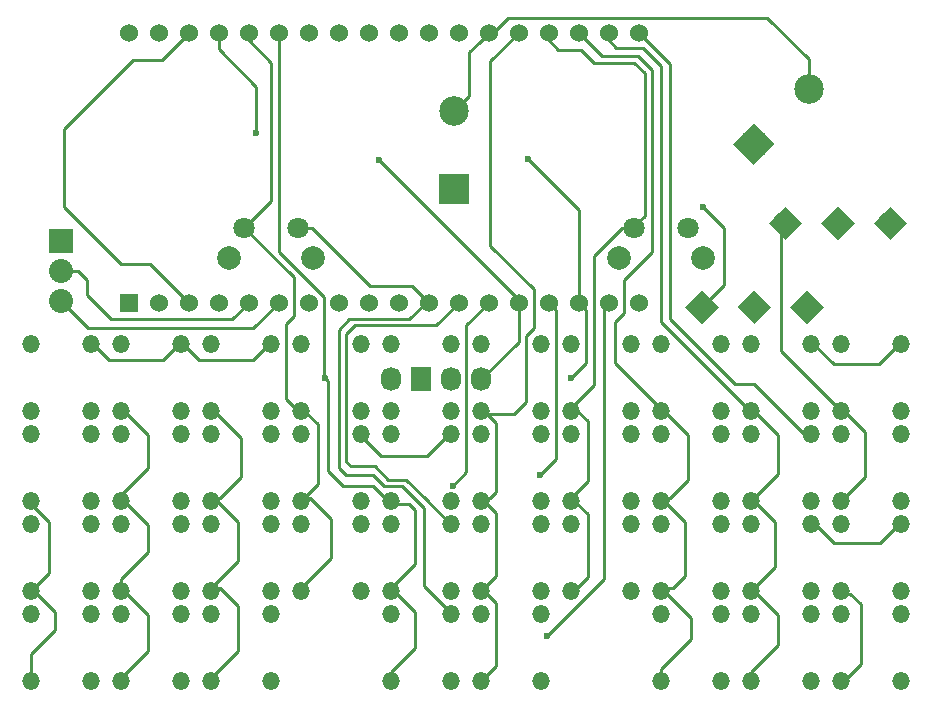
<source format=gbr>
G04 #@! TF.GenerationSoftware,KiCad,Pcbnew,5.0.2+dfsg1-1~bpo9+1*
G04 #@! TF.CreationDate,2021-02-20T06:44:58-05:00*
G04 #@! TF.ProjectId,vexas,76657861-732e-46b6-9963-61645f706362,rev?*
G04 #@! TF.SameCoordinates,Original*
G04 #@! TF.FileFunction,Copper,L1,Top*
G04 #@! TF.FilePolarity,Positive*
%FSLAX46Y46*%
G04 Gerber Fmt 4.6, Leading zero omitted, Abs format (unit mm)*
G04 Created by KiCad (PCBNEW 5.0.2+dfsg1-1~bpo9+1) date Sat 20 Feb 2021 06:44:58 AM EST*
%MOMM*%
%LPD*%
G01*
G04 APERTURE LIST*
G04 #@! TA.AperFunction,ComponentPad*
%ADD10C,2.499360*%
G04 #@! TD*
G04 #@! TA.AperFunction,Conductor*
%ADD11C,1.000000*%
G04 #@! TD*
G04 #@! TA.AperFunction,ComponentPad*
%ADD12R,2.499360X2.499360*%
G04 #@! TD*
G04 #@! TA.AperFunction,ComponentPad*
%ADD13R,2.032000X2.032000*%
G04 #@! TD*
G04 #@! TA.AperFunction,ComponentPad*
%ADD14O,2.032000X2.032000*%
G04 #@! TD*
G04 #@! TA.AperFunction,ComponentPad*
%ADD15C,2.032000*%
G04 #@! TD*
G04 #@! TA.AperFunction,ComponentPad*
%ADD16C,1.800000*%
G04 #@! TD*
G04 #@! TA.AperFunction,ComponentPad*
%ADD17C,2.000000*%
G04 #@! TD*
G04 #@! TA.AperFunction,ComponentPad*
%ADD18O,1.500000X1.500000*%
G04 #@! TD*
G04 #@! TA.AperFunction,ComponentPad*
%ADD19R,1.524000X1.524000*%
G04 #@! TD*
G04 #@! TA.AperFunction,ComponentPad*
%ADD20C,1.524000*%
G04 #@! TD*
G04 #@! TA.AperFunction,ComponentPad*
%ADD21C,1.998980*%
G04 #@! TD*
G04 #@! TA.AperFunction,ComponentPad*
%ADD22R,1.727200X2.032000*%
G04 #@! TD*
G04 #@! TA.AperFunction,ComponentPad*
%ADD23O,1.727200X2.032000*%
G04 #@! TD*
G04 #@! TA.AperFunction,ViaPad*
%ADD24C,0.600000*%
G04 #@! TD*
G04 #@! TA.AperFunction,Conductor*
%ADD25C,0.250000*%
G04 #@! TD*
G04 APERTURE END LIST*
D10*
G04 #@! TO.P,BZ1,2*
G04 #@! TO.N,/GND*
X236425133Y-64056867D03*
D11*
G04 #@! TD*
G04 #@! TO.N,/GND*
G04 #@! TO.C,BZ1*
G36*
X236425133Y-62289553D02*
X238192447Y-64056867D01*
X236425133Y-65824181D01*
X234657819Y-64056867D01*
X236425133Y-62289553D01*
X236425133Y-62289553D01*
G37*
D10*
G04 #@! TO.P,BZ1,1*
G04 #@! TO.N,Net-(BZ1-Pad1)*
X241094867Y-59387133D03*
G04 #@! TD*
D12*
G04 #@! TO.P,BZ2,2*
G04 #@! TO.N,/GND*
X211074000Y-67818001D03*
D10*
G04 #@! TO.P,BZ2,1*
G04 #@! TO.N,Net-(BZ1-Pad1)*
X211074000Y-61213999D03*
G04 #@! TD*
D13*
G04 #@! TO.P,P1,3*
G04 #@! TO.N,/GND*
X177800000Y-72263000D03*
D14*
G04 #@! TO.P,P1,2*
G04 #@! TO.N,/RX*
X177800000Y-74803000D03*
D15*
G04 #@! TO.P,P1,1*
G04 #@! TO.N,/TX*
X177800000Y-77343000D03*
G04 #@! TD*
D16*
G04 #@! TO.P,K37,2*
G04 #@! TO.N,/col6*
X226314000Y-71120000D03*
G04 #@! TO.P,K37,1*
G04 #@! TO.N,/row3*
X230886000Y-71120000D03*
D17*
G04 #@! TO.P,K37,3*
G04 #@! TO.N,/GND*
X225044000Y-73660000D03*
G04 #@! TO.P,K37,4*
X232156000Y-73660000D03*
G04 #@! TD*
D16*
G04 #@! TO.P,K34,2*
G04 #@! TO.N,/col3*
X193294000Y-71120000D03*
G04 #@! TO.P,K34,1*
G04 #@! TO.N,/row3*
X197866000Y-71120000D03*
D17*
G04 #@! TO.P,K34,3*
G04 #@! TO.N,/GND*
X192024000Y-73660000D03*
G04 #@! TO.P,K34,4*
X199136000Y-73660000D03*
G04 #@! TD*
D18*
G04 #@! TO.P,K11,*
G04 #@! TO.N,*
X180340000Y-94288000D03*
X175260000Y-88592000D03*
G04 #@! TO.P,K11,2*
G04 #@! TO.N,/col0*
X175260000Y-94288000D03*
G04 #@! TO.P,K11,1*
G04 #@! TO.N,/row1*
X180340000Y-88592000D03*
G04 #@! TD*
D19*
G04 #@! TO.P,U1,1*
G04 #@! TO.N,/GND*
X183515000Y-77470000D03*
D20*
G04 #@! TO.P,U1,4*
G04 #@! TO.N,Net-(U1-Pad4)*
X191135000Y-77470000D03*
G04 #@! TO.P,U1,5*
G04 #@! TO.N,/RX*
X193675000Y-77470000D03*
G04 #@! TO.P,U1,6*
G04 #@! TO.N,/TX*
X196215000Y-77470000D03*
G04 #@! TO.P,U1,7*
G04 #@! TO.N,Net-(U1-Pad7)*
X198755000Y-77470000D03*
G04 #@! TO.P,U1,8*
G04 #@! TO.N,Net-(U1-Pad8)*
X201295000Y-77470000D03*
G04 #@! TO.P,U1,9*
G04 #@! TO.N,/row0*
X203835000Y-77470000D03*
G04 #@! TO.P,U1,10*
G04 #@! TO.N,Net-(U1-Pad10)*
X206375000Y-77470000D03*
G04 #@! TO.P,U1,11*
G04 #@! TO.N,/row3*
X208915000Y-77470000D03*
G04 #@! TO.P,U1,12*
G04 #@! TO.N,/row2*
X211455000Y-77470000D03*
G04 #@! TO.P,U1,13*
G04 #@! TO.N,/col2*
X213995000Y-77470000D03*
G04 #@! TO.P,U1,14*
G04 #@! TO.N,/SCL*
X216535000Y-77470000D03*
G04 #@! TO.P,U1,15*
G04 #@! TO.N,/col1*
X219075000Y-77470000D03*
G04 #@! TO.P,U1,16*
G04 #@! TO.N,/SDA*
X221615000Y-77470000D03*
G04 #@! TO.P,U1,17*
G04 #@! TO.N,/col0*
X224155000Y-77470000D03*
G04 #@! TO.P,U1,18*
G04 #@! TO.N,Net-(U1-Pad18)*
X226695000Y-77470000D03*
G04 #@! TO.P,U1,19*
G04 #@! TO.N,/row1*
X226695000Y-54610000D03*
G04 #@! TO.P,U1,20*
G04 #@! TO.N,/col8*
X224155000Y-54610000D03*
G04 #@! TO.P,U1,21*
G04 #@! TO.N,/col7*
X221615000Y-54610000D03*
G04 #@! TO.P,U1,22*
G04 #@! TO.N,/col6*
X219075000Y-54610000D03*
G04 #@! TO.P,U1,23*
G04 #@! TO.N,/col5*
X216535000Y-54610000D03*
G04 #@! TO.P,U1,24*
G04 #@! TO.N,Net-(BZ1-Pad1)*
X213995000Y-54610000D03*
G04 #@! TO.P,U1,25*
G04 #@! TO.N,Net-(U1-Pad25)*
X211455000Y-54610000D03*
G04 #@! TO.P,U1,26*
G04 #@! TO.N,Net-(U1-Pad26)*
X208915000Y-54610000D03*
G04 #@! TO.P,U1,27*
G04 #@! TO.N,Net-(U1-Pad27)*
X206375000Y-54610000D03*
G04 #@! TO.P,U1,28*
G04 #@! TO.N,Net-(U1-Pad28)*
X203835000Y-54610000D03*
G04 #@! TO.P,U1,29*
G04 #@! TO.N,Net-(U1-Pad29)*
X201295000Y-54610000D03*
G04 #@! TO.P,U1,30*
G04 #@! TO.N,Net-(U1-Pad30)*
X198755000Y-54610000D03*
G04 #@! TO.P,U1,31*
G04 #@! TO.N,/col4*
X196215000Y-54610000D03*
G04 #@! TO.P,U1,32*
G04 #@! TO.N,/col3*
X193675000Y-54610000D03*
G04 #@! TO.P,U1,33*
G04 #@! TO.N,/col9*
X191135000Y-54610000D03*
G04 #@! TO.P,U1,34*
G04 #@! TO.N,/3.3v*
X188595000Y-54610000D03*
G04 #@! TO.P,U1,35*
G04 #@! TO.N,Net-(U1-Pad35)*
X186055000Y-54610000D03*
G04 #@! TO.P,U1,36*
G04 #@! TO.N,/GND*
X183515000Y-54610000D03*
G04 #@! TO.P,U1,2*
G04 #@! TO.N,Net-(U1-Pad2)*
X186055000Y-77470000D03*
G04 #@! TO.P,U1,3*
G04 #@! TO.N,/3.3v*
X188595000Y-77470000D03*
G04 #@! TD*
D18*
G04 #@! TO.P,K1,*
G04 #@! TO.N,*
X180340000Y-86668000D03*
X175260000Y-80972000D03*
G04 #@! TO.P,K1,2*
G04 #@! TO.N,/col0*
X175260000Y-86668000D03*
G04 #@! TO.P,K1,1*
G04 #@! TO.N,/row0*
X180340000Y-80972000D03*
G04 #@! TD*
G04 #@! TO.P,K2,*
G04 #@! TO.N,*
X187960000Y-86668000D03*
X182880000Y-80972000D03*
G04 #@! TO.P,K2,2*
G04 #@! TO.N,/col1*
X182880000Y-86668000D03*
G04 #@! TO.P,K2,1*
G04 #@! TO.N,/row0*
X187960000Y-80972000D03*
G04 #@! TD*
G04 #@! TO.P,K3,*
G04 #@! TO.N,*
X195580000Y-86668000D03*
X190500000Y-80972000D03*
G04 #@! TO.P,K3,2*
G04 #@! TO.N,/col2*
X190500000Y-86668000D03*
G04 #@! TO.P,K3,1*
G04 #@! TO.N,/row0*
X195580000Y-80972000D03*
G04 #@! TD*
G04 #@! TO.P,K4,*
G04 #@! TO.N,*
X203200000Y-86668000D03*
X198120000Y-80972000D03*
G04 #@! TO.P,K4,2*
G04 #@! TO.N,/col3*
X198120000Y-86668000D03*
G04 #@! TO.P,K4,1*
G04 #@! TO.N,/row0*
X203200000Y-80972000D03*
G04 #@! TD*
G04 #@! TO.P,K5,*
G04 #@! TO.N,*
X210820000Y-86668000D03*
X205740000Y-80972000D03*
G04 #@! TO.P,K5,2*
G04 #@! TO.N,/col4*
X205740000Y-86668000D03*
G04 #@! TO.P,K5,1*
G04 #@! TO.N,/row0*
X210820000Y-80972000D03*
G04 #@! TD*
G04 #@! TO.P,K6,*
G04 #@! TO.N,*
X218440000Y-86668000D03*
X213360000Y-80972000D03*
G04 #@! TO.P,K6,2*
G04 #@! TO.N,/col5*
X213360000Y-86668000D03*
G04 #@! TO.P,K6,1*
G04 #@! TO.N,/row0*
X218440000Y-80972000D03*
G04 #@! TD*
G04 #@! TO.P,K7,*
G04 #@! TO.N,*
X226060000Y-86668000D03*
X220980000Y-80972000D03*
G04 #@! TO.P,K7,2*
G04 #@! TO.N,/col6*
X220980000Y-86668000D03*
G04 #@! TO.P,K7,1*
G04 #@! TO.N,/row0*
X226060000Y-80972000D03*
G04 #@! TD*
G04 #@! TO.P,K8,*
G04 #@! TO.N,*
X233680000Y-86668000D03*
X228600000Y-80972000D03*
G04 #@! TO.P,K8,2*
G04 #@! TO.N,/col7*
X228600000Y-86668000D03*
G04 #@! TO.P,K8,1*
G04 #@! TO.N,/row0*
X233680000Y-80972000D03*
G04 #@! TD*
G04 #@! TO.P,K9,*
G04 #@! TO.N,*
X241300000Y-86668000D03*
X236220000Y-80972000D03*
G04 #@! TO.P,K9,2*
G04 #@! TO.N,/col8*
X236220000Y-86668000D03*
G04 #@! TO.P,K9,1*
G04 #@! TO.N,/row0*
X241300000Y-80972000D03*
G04 #@! TD*
G04 #@! TO.P,K10,*
G04 #@! TO.N,*
X248920000Y-86668000D03*
X243840000Y-80972000D03*
G04 #@! TO.P,K10,2*
G04 #@! TO.N,/col9*
X243840000Y-86668000D03*
G04 #@! TO.P,K10,1*
G04 #@! TO.N,/row0*
X248920000Y-80972000D03*
G04 #@! TD*
G04 #@! TO.P,K12,*
G04 #@! TO.N,*
X187960000Y-94288000D03*
X182880000Y-88592000D03*
G04 #@! TO.P,K12,2*
G04 #@! TO.N,/col1*
X182880000Y-94288000D03*
G04 #@! TO.P,K12,1*
G04 #@! TO.N,/row1*
X187960000Y-88592000D03*
G04 #@! TD*
G04 #@! TO.P,K13,*
G04 #@! TO.N,*
X195580000Y-94288000D03*
X190500000Y-88592000D03*
G04 #@! TO.P,K13,2*
G04 #@! TO.N,/col2*
X190500000Y-94288000D03*
G04 #@! TO.P,K13,1*
G04 #@! TO.N,/row1*
X195580000Y-88592000D03*
G04 #@! TD*
G04 #@! TO.P,K14,*
G04 #@! TO.N,*
X203200000Y-94288000D03*
X198120000Y-88592000D03*
G04 #@! TO.P,K14,2*
G04 #@! TO.N,/col3*
X198120000Y-94288000D03*
G04 #@! TO.P,K14,1*
G04 #@! TO.N,/row1*
X203200000Y-88592000D03*
G04 #@! TD*
G04 #@! TO.P,K15,*
G04 #@! TO.N,*
X210820000Y-94288000D03*
X205740000Y-88592000D03*
G04 #@! TO.P,K15,2*
G04 #@! TO.N,/col4*
X205740000Y-94288000D03*
G04 #@! TO.P,K15,1*
G04 #@! TO.N,/row1*
X210820000Y-88592000D03*
G04 #@! TD*
G04 #@! TO.P,K16,*
G04 #@! TO.N,*
X218440000Y-94288000D03*
X213360000Y-88592000D03*
G04 #@! TO.P,K16,2*
G04 #@! TO.N,/col5*
X213360000Y-94288000D03*
G04 #@! TO.P,K16,1*
G04 #@! TO.N,/row1*
X218440000Y-88592000D03*
G04 #@! TD*
G04 #@! TO.P,K17,*
G04 #@! TO.N,*
X226060000Y-94288000D03*
X220980000Y-88592000D03*
G04 #@! TO.P,K17,2*
G04 #@! TO.N,/col6*
X220980000Y-94288000D03*
G04 #@! TO.P,K17,1*
G04 #@! TO.N,/row1*
X226060000Y-88592000D03*
G04 #@! TD*
G04 #@! TO.P,K18,1*
G04 #@! TO.N,/row1*
X233680000Y-88592000D03*
G04 #@! TO.P,K18,2*
G04 #@! TO.N,/col7*
X228600000Y-94288000D03*
G04 #@! TO.P,K18,*
G04 #@! TO.N,*
X228600000Y-88592000D03*
X233680000Y-94288000D03*
G04 #@! TD*
G04 #@! TO.P,K19,1*
G04 #@! TO.N,/row1*
X241300000Y-88592000D03*
G04 #@! TO.P,K19,2*
G04 #@! TO.N,/col8*
X236220000Y-94288000D03*
G04 #@! TO.P,K19,*
G04 #@! TO.N,*
X236220000Y-88592000D03*
X241300000Y-94288000D03*
G04 #@! TD*
G04 #@! TO.P,K20,1*
G04 #@! TO.N,/row1*
X248920000Y-88592000D03*
G04 #@! TO.P,K20,2*
G04 #@! TO.N,/col9*
X243840000Y-94288000D03*
G04 #@! TO.P,K20,*
G04 #@! TO.N,*
X243840000Y-88592000D03*
X248920000Y-94288000D03*
G04 #@! TD*
G04 #@! TO.P,K21,*
G04 #@! TO.N,*
X180340000Y-101908000D03*
X175260000Y-96212000D03*
G04 #@! TO.P,K21,2*
G04 #@! TO.N,/col0*
X175260000Y-101908000D03*
G04 #@! TO.P,K21,1*
G04 #@! TO.N,/row2*
X180340000Y-96212000D03*
G04 #@! TD*
G04 #@! TO.P,K22,*
G04 #@! TO.N,*
X187960000Y-101908000D03*
X182880000Y-96212000D03*
G04 #@! TO.P,K22,2*
G04 #@! TO.N,/col1*
X182880000Y-101908000D03*
G04 #@! TO.P,K22,1*
G04 #@! TO.N,/row2*
X187960000Y-96212000D03*
G04 #@! TD*
G04 #@! TO.P,K23,*
G04 #@! TO.N,*
X195580000Y-101908000D03*
X190500000Y-96212000D03*
G04 #@! TO.P,K23,2*
G04 #@! TO.N,/col2*
X190500000Y-101908000D03*
G04 #@! TO.P,K23,1*
G04 #@! TO.N,/row2*
X195580000Y-96212000D03*
G04 #@! TD*
G04 #@! TO.P,K24,*
G04 #@! TO.N,*
X203200000Y-101908000D03*
X198120000Y-96212000D03*
G04 #@! TO.P,K24,2*
G04 #@! TO.N,/col3*
X198120000Y-101908000D03*
G04 #@! TO.P,K24,1*
G04 #@! TO.N,/row2*
X203200000Y-96212000D03*
G04 #@! TD*
G04 #@! TO.P,K25,*
G04 #@! TO.N,*
X210820000Y-101908000D03*
X205740000Y-96212000D03*
G04 #@! TO.P,K25,2*
G04 #@! TO.N,/col4*
X205740000Y-101908000D03*
G04 #@! TO.P,K25,1*
G04 #@! TO.N,/row2*
X210820000Y-96212000D03*
G04 #@! TD*
G04 #@! TO.P,K26,*
G04 #@! TO.N,*
X218440000Y-101908000D03*
X213360000Y-96212000D03*
G04 #@! TO.P,K26,2*
G04 #@! TO.N,/col5*
X213360000Y-101908000D03*
G04 #@! TO.P,K26,1*
G04 #@! TO.N,/row2*
X218440000Y-96212000D03*
G04 #@! TD*
G04 #@! TO.P,K27,*
G04 #@! TO.N,*
X226060000Y-101908000D03*
X220980000Y-96212000D03*
G04 #@! TO.P,K27,2*
G04 #@! TO.N,/col6*
X220980000Y-101908000D03*
G04 #@! TO.P,K27,1*
G04 #@! TO.N,/row2*
X226060000Y-96212000D03*
G04 #@! TD*
G04 #@! TO.P,K28,1*
G04 #@! TO.N,/row2*
X233680000Y-96212000D03*
G04 #@! TO.P,K28,2*
G04 #@! TO.N,/col7*
X228600000Y-101908000D03*
G04 #@! TO.P,K28,*
G04 #@! TO.N,*
X228600000Y-96212000D03*
X233680000Y-101908000D03*
G04 #@! TD*
G04 #@! TO.P,K29,1*
G04 #@! TO.N,/row2*
X241300000Y-96212000D03*
G04 #@! TO.P,K29,2*
G04 #@! TO.N,/col8*
X236220000Y-101908000D03*
G04 #@! TO.P,K29,*
G04 #@! TO.N,*
X236220000Y-96212000D03*
X241300000Y-101908000D03*
G04 #@! TD*
G04 #@! TO.P,K30,1*
G04 #@! TO.N,/row2*
X248920000Y-96212000D03*
G04 #@! TO.P,K30,2*
G04 #@! TO.N,/col9*
X243840000Y-101908000D03*
G04 #@! TO.P,K30,*
G04 #@! TO.N,*
X243840000Y-96212000D03*
X248920000Y-101908000D03*
G04 #@! TD*
G04 #@! TO.P,K31,*
G04 #@! TO.N,*
X180340000Y-109528000D03*
X175260000Y-103832000D03*
G04 #@! TO.P,K31,2*
G04 #@! TO.N,/col0*
X175260000Y-109528000D03*
G04 #@! TO.P,K31,1*
G04 #@! TO.N,/row3*
X180340000Y-103832000D03*
G04 #@! TD*
G04 #@! TO.P,K32,*
G04 #@! TO.N,*
X187960000Y-109528000D03*
X182880000Y-103832000D03*
G04 #@! TO.P,K32,2*
G04 #@! TO.N,/col1*
X182880000Y-109528000D03*
G04 #@! TO.P,K32,1*
G04 #@! TO.N,/row3*
X187960000Y-103832000D03*
G04 #@! TD*
G04 #@! TO.P,K33,*
G04 #@! TO.N,*
X195580000Y-109528000D03*
X190500000Y-103832000D03*
G04 #@! TO.P,K33,2*
G04 #@! TO.N,/col2*
X190500000Y-109528000D03*
G04 #@! TO.P,K33,1*
G04 #@! TO.N,/row3*
X195580000Y-103832000D03*
G04 #@! TD*
G04 #@! TO.P,K35,*
G04 #@! TO.N,*
X210820000Y-109528000D03*
X205740000Y-103832000D03*
G04 #@! TO.P,K35,2*
G04 #@! TO.N,/col4*
X205740000Y-109528000D03*
G04 #@! TO.P,K35,1*
G04 #@! TO.N,/row3*
X210820000Y-103832000D03*
G04 #@! TD*
G04 #@! TO.P,K36,*
G04 #@! TO.N,*
X218440000Y-109528000D03*
X213360000Y-103832000D03*
G04 #@! TO.P,K36,2*
G04 #@! TO.N,/col5*
X213360000Y-109528000D03*
G04 #@! TO.P,K36,1*
G04 #@! TO.N,/row3*
X218440000Y-103832000D03*
G04 #@! TD*
G04 #@! TO.P,K38,1*
G04 #@! TO.N,/row3*
X233680000Y-103832000D03*
G04 #@! TO.P,K38,2*
G04 #@! TO.N,/col7*
X228600000Y-109528000D03*
G04 #@! TO.P,K38,*
G04 #@! TO.N,*
X228600000Y-103832000D03*
X233680000Y-109528000D03*
G04 #@! TD*
G04 #@! TO.P,K39,1*
G04 #@! TO.N,/row3*
X241300000Y-103832000D03*
G04 #@! TO.P,K39,2*
G04 #@! TO.N,/col8*
X236220000Y-109528000D03*
G04 #@! TO.P,K39,*
G04 #@! TO.N,*
X236220000Y-103832000D03*
X241300000Y-109528000D03*
G04 #@! TD*
G04 #@! TO.P,K40,1*
G04 #@! TO.N,/row3*
X248920000Y-103832000D03*
G04 #@! TO.P,K40,2*
G04 #@! TO.N,/col9*
X243840000Y-109528000D03*
G04 #@! TO.P,K40,*
G04 #@! TO.N,*
X243840000Y-103832000D03*
X248920000Y-109528000D03*
G04 #@! TD*
D21*
G04 #@! TO.P,R36,1*
G04 #@! TO.N,/3.3v*
X232048575Y-77831425D03*
D11*
G04 #@! TD*
G04 #@! TO.N,/3.3v*
G04 #@! TO.C,R36*
G36*
X232048575Y-79244917D02*
X230635083Y-77831425D01*
X232048575Y-76417933D01*
X233462067Y-77831425D01*
X232048575Y-79244917D01*
X232048575Y-79244917D01*
G37*
D21*
G04 #@! TO.P,R36,2*
G04 #@! TO.N,/col9*
X239121425Y-70758575D03*
D11*
G04 #@! TD*
G04 #@! TO.N,/col9*
G04 #@! TO.C,R36*
G36*
X239121425Y-72172067D02*
X237707933Y-70758575D01*
X239121425Y-69345083D01*
X240534917Y-70758575D01*
X239121425Y-72172067D01*
X239121425Y-72172067D01*
G37*
D21*
G04 #@! TO.P,R37,1*
G04 #@! TO.N,/3.3v*
X236493575Y-77831425D03*
D11*
G04 #@! TD*
G04 #@! TO.N,/3.3v*
G04 #@! TO.C,R37*
G36*
X236493575Y-79244917D02*
X235080083Y-77831425D01*
X236493575Y-76417933D01*
X237907067Y-77831425D01*
X236493575Y-79244917D01*
X236493575Y-79244917D01*
G37*
D21*
G04 #@! TO.P,R37,2*
G04 #@! TO.N,/col3*
X243566425Y-70758575D03*
D11*
G04 #@! TD*
G04 #@! TO.N,/col3*
G04 #@! TO.C,R37*
G36*
X243566425Y-72172067D02*
X242152933Y-70758575D01*
X243566425Y-69345083D01*
X244979917Y-70758575D01*
X243566425Y-72172067D01*
X243566425Y-72172067D01*
G37*
D21*
G04 #@! TO.P,R38,1*
G04 #@! TO.N,/3.3v*
X240938575Y-77831425D03*
D11*
G04 #@! TD*
G04 #@! TO.N,/3.3v*
G04 #@! TO.C,R38*
G36*
X240938575Y-79244917D02*
X239525083Y-77831425D01*
X240938575Y-76417933D01*
X242352067Y-77831425D01*
X240938575Y-79244917D01*
X240938575Y-79244917D01*
G37*
D21*
G04 #@! TO.P,R38,2*
G04 #@! TO.N,/col4*
X248011425Y-70758575D03*
D11*
G04 #@! TD*
G04 #@! TO.N,/col4*
G04 #@! TO.C,R38*
G36*
X248011425Y-72172067D02*
X246597933Y-70758575D01*
X248011425Y-69345083D01*
X249424917Y-70758575D01*
X248011425Y-72172067D01*
X248011425Y-72172067D01*
G37*
D22*
G04 #@! TO.P,P2,2*
G04 #@! TO.N,/GND*
X208280000Y-83947000D03*
D23*
G04 #@! TO.P,P2,1*
G04 #@! TO.N,/3.3v*
X205740000Y-83947000D03*
G04 #@! TO.P,P2,3*
G04 #@! TO.N,/SDA*
X210820000Y-83947000D03*
G04 #@! TO.P,P2,4*
G04 #@! TO.N,/SCL*
X213360000Y-83947000D03*
G04 #@! TD*
D24*
G04 #@! TO.N,/col0*
X218948000Y-105664000D03*
G04 #@! TO.N,/col1*
X218313000Y-92075000D03*
G04 #@! TO.N,/col2*
X210947000Y-92964000D03*
G04 #@! TO.N,/col4*
X200152000Y-83820000D03*
G04 #@! TO.N,/col9*
X194310000Y-63119000D03*
G04 #@! TO.N,/SCL*
X204724000Y-65405000D03*
G04 #@! TO.N,/SDA*
X217297000Y-65278000D03*
X220980000Y-83820000D03*
G04 #@! TO.N,/3.3v*
X232156000Y-69342000D03*
G04 #@! TD*
D25*
G04 #@! TO.N,/col0*
X175260000Y-102108000D02*
X175260000Y-101854000D01*
X175260000Y-101854000D02*
X176784000Y-100330000D01*
X176784000Y-96012000D02*
X175260000Y-94488000D01*
X176784000Y-100330000D02*
X176784000Y-96012000D01*
X223774000Y-100838000D02*
X218948000Y-105664000D01*
X223774000Y-77470000D02*
X223774000Y-100838000D01*
X175260000Y-101600000D02*
X175260000Y-101346000D01*
X175260000Y-109220000D02*
X175260000Y-107188000D01*
X177292000Y-103632000D02*
X175260000Y-101600000D01*
X177292000Y-105156000D02*
X177292000Y-103632000D01*
X175260000Y-107188000D02*
X177292000Y-105156000D01*
G04 #@! TO.N,/row0*
X241300000Y-80772000D02*
X243205000Y-82677000D01*
X247015000Y-82677000D02*
X248920000Y-80772000D01*
X243205000Y-82677000D02*
X247015000Y-82677000D01*
X187960000Y-80772000D02*
X189484000Y-82296000D01*
X194056000Y-82296000D02*
X195580000Y-80772000D01*
X189484000Y-82296000D02*
X194056000Y-82296000D01*
X180340000Y-80772000D02*
X181864000Y-82296000D01*
X186436000Y-82296000D02*
X187960000Y-80772000D01*
X181864000Y-82296000D02*
X186436000Y-82296000D01*
G04 #@! TO.N,/col1*
X219710000Y-78105000D02*
X219075000Y-77470000D01*
X219710000Y-90678000D02*
X219710000Y-78105000D01*
X218313000Y-92075000D02*
X219710000Y-90678000D01*
X182880000Y-86106000D02*
X182880000Y-86360000D01*
X182880000Y-93980000D02*
X182880000Y-93726000D01*
X182880000Y-93726000D02*
X185166000Y-91440000D01*
X185166000Y-88646000D02*
X182880000Y-86360000D01*
X185166000Y-91440000D02*
X185166000Y-88646000D01*
X182880000Y-101600000D02*
X182880000Y-100838000D01*
X182880000Y-100838000D02*
X185166000Y-98552000D01*
X185166000Y-96266000D02*
X182880000Y-93980000D01*
X185166000Y-98552000D02*
X185166000Y-96266000D01*
X182880000Y-109220000D02*
X185166000Y-106934000D01*
X185166000Y-103886000D02*
X182880000Y-101600000D01*
X185166000Y-106934000D02*
X185166000Y-103886000D01*
G04 #@! TO.N,/col2*
X210947000Y-92964000D02*
X212090000Y-91821000D01*
X212090000Y-91821000D02*
X212090000Y-79375000D01*
X212090000Y-79375000D02*
X213995000Y-77470000D01*
X213995000Y-77597000D02*
X213995000Y-77470000D01*
X190500000Y-86360000D02*
X190500000Y-86106000D01*
X190500000Y-101600000D02*
X191262000Y-101600000D01*
X191262000Y-101600000D02*
X192786000Y-103124000D01*
X192786000Y-106934000D02*
X190500000Y-109220000D01*
X192786000Y-103124000D02*
X192786000Y-106934000D01*
X190500000Y-93980000D02*
X190754000Y-93980000D01*
X190754000Y-93980000D02*
X192786000Y-96012000D01*
X192786000Y-99314000D02*
X190500000Y-101600000D01*
X192786000Y-96012000D02*
X192786000Y-99314000D01*
X190500000Y-86360000D02*
X193040000Y-88900000D01*
X193040000Y-92202000D02*
X191262000Y-93980000D01*
X193040000Y-88900000D02*
X193040000Y-92202000D01*
X191262000Y-93980000D02*
X190500000Y-93980000D01*
G04 #@! TO.N,/col3*
X196850000Y-80010000D02*
X196850000Y-79248000D01*
X196850000Y-80010000D02*
X196850000Y-85598000D01*
X198120000Y-86868000D02*
X196850000Y-85598000D01*
X197485000Y-75311000D02*
X193294000Y-71120000D01*
X197485000Y-78613000D02*
X197485000Y-75311000D01*
X196850000Y-79248000D02*
X197485000Y-78613000D01*
X193675000Y-54610000D02*
X193675000Y-55245000D01*
X193675000Y-55245000D02*
X195580000Y-57150000D01*
X195580000Y-68834000D02*
X193294000Y-71120000D01*
X195580000Y-57150000D02*
X195580000Y-68834000D01*
X198120000Y-93980000D02*
X198374000Y-93980000D01*
X198374000Y-93980000D02*
X199517000Y-92837000D01*
X199517000Y-87757000D02*
X198120000Y-86360000D01*
X199517000Y-92837000D02*
X199517000Y-87757000D01*
X198120000Y-101600000D02*
X200660000Y-99060000D01*
X200660000Y-95758000D02*
X198882000Y-93980000D01*
X200660000Y-99060000D02*
X200660000Y-95758000D01*
X198882000Y-93980000D02*
X198120000Y-93980000D01*
G04 #@! TO.N,/col4*
X200025000Y-79375000D02*
X200025000Y-83693000D01*
X200025000Y-79375000D02*
X200025000Y-76962000D01*
X200025000Y-76962000D02*
X196215000Y-73152000D01*
X196215000Y-73152000D02*
X196215000Y-69850000D01*
X196215000Y-55880000D02*
X196215000Y-69850000D01*
X200025000Y-83693000D02*
X200152000Y-83820000D01*
X204216000Y-92964000D02*
X205740000Y-94488000D01*
X200152000Y-83820000D02*
X200406000Y-84074000D01*
X200406000Y-84074000D02*
X200406000Y-91694000D01*
X200406000Y-91694000D02*
X201676000Y-92964000D01*
X201676000Y-92964000D02*
X204216000Y-92964000D01*
X196215000Y-54610000D02*
X196215000Y-55880000D01*
X196215000Y-55880000D02*
X196215000Y-55880000D01*
X205740000Y-109220000D02*
X205740000Y-108712000D01*
X205740000Y-108712000D02*
X207772000Y-106680000D01*
X207772000Y-106680000D02*
X207772000Y-103632000D01*
X207772000Y-103632000D02*
X205740000Y-101600000D01*
X205740000Y-94488000D02*
X207264000Y-94488000D01*
X207772000Y-99568000D02*
X205740000Y-101600000D01*
X207772000Y-94996000D02*
X207772000Y-99568000D01*
X207264000Y-94488000D02*
X207772000Y-94996000D01*
G04 #@! TO.N,/col5*
X217805000Y-76454000D02*
X217805000Y-76327000D01*
X217805000Y-76454000D02*
X217805000Y-79629000D01*
X217805000Y-79629000D02*
X217170000Y-80264000D01*
X217170000Y-80264000D02*
X217170000Y-81661000D01*
X213360000Y-86868000D02*
X216154000Y-86868000D01*
X217170000Y-85852000D02*
X217170000Y-81661000D01*
X216154000Y-86868000D02*
X217170000Y-85852000D01*
X214122000Y-57023000D02*
X216535000Y-54610000D01*
X214122000Y-72644000D02*
X214122000Y-57023000D01*
X217805000Y-76327000D02*
X214122000Y-72644000D01*
X213360000Y-93980000D02*
X214122000Y-93980000D01*
X214122000Y-93980000D02*
X214630000Y-93472000D01*
X214630000Y-87630000D02*
X213360000Y-86360000D01*
X214630000Y-93472000D02*
X214630000Y-87630000D01*
X213360000Y-101600000D02*
X213614000Y-101600000D01*
X213614000Y-101600000D02*
X214630000Y-100584000D01*
X214630000Y-95250000D02*
X213360000Y-93980000D01*
X214630000Y-100584000D02*
X214630000Y-95250000D01*
X213360000Y-109220000D02*
X213614000Y-109220000D01*
X213614000Y-109220000D02*
X214630000Y-108204000D01*
X214630000Y-108204000D02*
X214630000Y-102870000D01*
X214630000Y-102870000D02*
X213360000Y-101600000D01*
G04 #@! TO.N,/col6*
X226314000Y-70993000D02*
X227203000Y-70104000D01*
X226314000Y-71120000D02*
X226314000Y-70993000D01*
X219900500Y-56070500D02*
X219075000Y-55245000D01*
X219900500Y-56070500D02*
X221805500Y-56070500D01*
X222885000Y-57150000D02*
X221805500Y-56070500D01*
X226314000Y-57150000D02*
X222885000Y-57150000D01*
X227203000Y-58039000D02*
X226314000Y-57150000D01*
X227203000Y-70104000D02*
X227203000Y-58039000D01*
X219075000Y-54610000D02*
X219075000Y-55245000D01*
X226060000Y-71120000D02*
X225298000Y-71120000D01*
X225298000Y-71120000D02*
X222885000Y-73533000D01*
X222885000Y-84455000D02*
X220980000Y-86360000D01*
X222885000Y-73533000D02*
X222885000Y-84455000D01*
X220980000Y-101600000D02*
X221488000Y-101600000D01*
X221488000Y-101600000D02*
X222377000Y-100711000D01*
X222377000Y-100711000D02*
X222377000Y-95377000D01*
X222377000Y-95377000D02*
X220980000Y-93980000D01*
X220980000Y-86360000D02*
X221234000Y-86360000D01*
X221234000Y-86360000D02*
X222377000Y-87503000D01*
X222377000Y-87503000D02*
X222377000Y-92583000D01*
X222377000Y-92583000D02*
X220980000Y-93980000D01*
G04 #@! TO.N,/col7*
X223647000Y-56578500D02*
X223583500Y-56578500D01*
X227838000Y-57785000D02*
X226631500Y-56578500D01*
X226631500Y-56578500D02*
X223647000Y-56578500D01*
X228600000Y-86487000D02*
X224663000Y-82550000D01*
X224663000Y-82550000D02*
X224663000Y-79121000D01*
X224663000Y-79121000D02*
X225425000Y-78359000D01*
X225425000Y-78359000D02*
X225425000Y-75565000D01*
X225425000Y-75565000D02*
X227838000Y-73152000D01*
X227838000Y-73152000D02*
X227838000Y-70485000D01*
X227838000Y-70485000D02*
X227838000Y-57785000D01*
X223583500Y-56578500D02*
X221615000Y-54610000D01*
X228600000Y-86868000D02*
X228600000Y-86487000D01*
X228600000Y-93980000D02*
X229362000Y-93980000D01*
X229362000Y-93980000D02*
X230886000Y-92456000D01*
X230886000Y-88646000D02*
X228600000Y-86360000D01*
X230886000Y-92456000D02*
X230886000Y-88646000D01*
X228600000Y-101600000D02*
X229616000Y-101600000D01*
X230632000Y-96012000D02*
X228600000Y-93980000D01*
X230632000Y-100584000D02*
X230632000Y-96012000D01*
X229616000Y-101600000D02*
X230632000Y-100584000D01*
X228600000Y-109220000D02*
X228600000Y-108458000D01*
X228600000Y-108458000D02*
X231140000Y-105918000D01*
X231140000Y-105918000D02*
X231140000Y-104140000D01*
X231140000Y-104140000D02*
X228600000Y-101600000D01*
G04 #@! TO.N,/col8*
X236474000Y-93980000D02*
X238506000Y-91948000D01*
X238506000Y-91948000D02*
X238506000Y-88646000D01*
X238506000Y-88646000D02*
X236220000Y-86360000D01*
X236220000Y-86868000D02*
X236220000Y-86360000D01*
X224155000Y-54610000D02*
X224155000Y-55245000D01*
X224155000Y-55245000D02*
X224790000Y-55880000D01*
X224790000Y-55880000D02*
X227076000Y-55880000D01*
X227076000Y-55880000D02*
X228600000Y-57404000D01*
X228600000Y-57404000D02*
X228600000Y-68580000D01*
X236220000Y-86868000D02*
X236220000Y-86741000D01*
X236220000Y-86741000D02*
X231775000Y-82296000D01*
X228600000Y-79121000D02*
X228600000Y-75749998D01*
X231775000Y-82296000D02*
X228600000Y-79121000D01*
X228600000Y-75749998D02*
X228600000Y-75749998D01*
X228600000Y-75749998D02*
X228600000Y-68580000D01*
X236220000Y-93980000D02*
X236474000Y-93980000D01*
X236220000Y-101600000D02*
X236474000Y-101600000D01*
X236474000Y-101600000D02*
X238252000Y-99822000D01*
X238252000Y-96012000D02*
X236220000Y-93980000D01*
X238252000Y-99822000D02*
X238252000Y-96012000D01*
X236220000Y-109220000D02*
X236220000Y-108712000D01*
X236220000Y-108712000D02*
X238506000Y-106426000D01*
X238506000Y-106426000D02*
X238506000Y-103886000D01*
X238506000Y-103886000D02*
X236220000Y-101600000D01*
G04 #@! TO.N,/col9*
X191135000Y-54610000D02*
X191135000Y-56007000D01*
X194310000Y-59182000D02*
X194310000Y-63119000D01*
X191135000Y-56007000D02*
X194310000Y-59182000D01*
X243840000Y-102108000D02*
X244602000Y-102108000D01*
X245491000Y-108077000D02*
X243840000Y-109728000D01*
X245491000Y-102997000D02*
X245491000Y-108077000D01*
X244602000Y-102108000D02*
X245491000Y-102997000D01*
X243840000Y-86868000D02*
X243840000Y-86360000D01*
X243840000Y-93980000D02*
X244094000Y-93980000D01*
X244094000Y-93980000D02*
X245872000Y-92202000D01*
X245872000Y-88392000D02*
X243840000Y-86360000D01*
X245872000Y-92202000D02*
X245872000Y-88392000D01*
X238760000Y-71120000D02*
X239121425Y-70758575D01*
X238760000Y-81534000D02*
X238760000Y-71120000D01*
X243840000Y-86868000D02*
X243840000Y-86614000D01*
X243840000Y-86614000D02*
X238760000Y-81534000D01*
G04 #@! TO.N,/row1*
X203200000Y-88392000D02*
X203200000Y-88773000D01*
X203200000Y-88773000D02*
X204851000Y-90424000D01*
X204851000Y-90424000D02*
X208788000Y-90424000D01*
X208788000Y-90424000D02*
X210820000Y-88392000D01*
X229362000Y-68072000D02*
X229362000Y-57277000D01*
X241300000Y-88392000D02*
X240538000Y-88392000D01*
X236474000Y-84328000D02*
X240538000Y-88392000D01*
X234823000Y-84328000D02*
X236474000Y-84328000D01*
X229362000Y-78867000D02*
X234823000Y-84328000D01*
X229362000Y-68072000D02*
X229362000Y-78867000D01*
X229362000Y-57277000D02*
X226695000Y-54610000D01*
G04 #@! TO.N,/row2*
X201930000Y-80137000D02*
X201930000Y-86614000D01*
X207010000Y-92456000D02*
X205486000Y-92456000D01*
X205486000Y-92456000D02*
X204343000Y-91313000D01*
X204343000Y-91313000D02*
X202311000Y-91313000D01*
X202311000Y-91313000D02*
X201930000Y-90932000D01*
X201930000Y-90932000D02*
X201930000Y-86614000D01*
X201930000Y-86614000D02*
X201930000Y-86614000D01*
X210566000Y-96012000D02*
X208661000Y-94107000D01*
X201930000Y-80137000D02*
X202692000Y-79375000D01*
X202692000Y-79375000D02*
X209550000Y-79375000D01*
X209550000Y-79375000D02*
X211455000Y-77470000D01*
X208661000Y-94107000D02*
X207010000Y-92456000D01*
X241300000Y-96012000D02*
X241427000Y-96012000D01*
X241427000Y-96012000D02*
X243205000Y-97790000D01*
X243205000Y-97790000D02*
X247142000Y-97790000D01*
X247142000Y-97790000D02*
X248920000Y-96012000D01*
X210820000Y-96012000D02*
X210566000Y-96012000D01*
X210820000Y-96520000D02*
X210820000Y-96266000D01*
G04 #@! TO.N,/row3*
X210820000Y-103632000D02*
X210693000Y-103632000D01*
X210693000Y-103632000D02*
X208534000Y-101473000D01*
X208534000Y-101473000D02*
X208534000Y-94869000D01*
X208534000Y-94869000D02*
X206629000Y-92964000D01*
X206629000Y-92964000D02*
X205105000Y-92964000D01*
X205105000Y-92964000D02*
X204216000Y-92075000D01*
X204216000Y-92075000D02*
X201930000Y-92075000D01*
X201930000Y-92075000D02*
X201295000Y-91440000D01*
X201295000Y-91440000D02*
X201295000Y-86868000D01*
X208915000Y-77470000D02*
X208661000Y-77470000D01*
X208661000Y-77470000D02*
X207264000Y-78867000D01*
X202184000Y-78867000D02*
X201295000Y-79756000D01*
X207264000Y-78867000D02*
X202184000Y-78867000D01*
X201295000Y-79756000D02*
X201295000Y-86868000D01*
X197866000Y-71120000D02*
X199009000Y-71120000D01*
X207518000Y-76073000D02*
X208915000Y-77470000D01*
X203962000Y-76073000D02*
X207518000Y-76073000D01*
X199009000Y-71120000D02*
X203962000Y-76073000D01*
G04 #@! TO.N,Net-(BZ1-Pad1)*
X241094867Y-56872663D02*
X241094867Y-59387133D01*
X237562204Y-53340000D02*
X241094867Y-56872663D01*
X215646000Y-53340000D02*
X237562204Y-53340000D01*
X213995000Y-54610000D02*
X214376000Y-54610000D01*
X214376000Y-54610000D02*
X215646000Y-53340000D01*
X213233001Y-55371999D02*
X213995000Y-54610000D01*
X212323679Y-56281321D02*
X213233001Y-55371999D01*
X212323679Y-59964320D02*
X212323679Y-56281321D01*
X211074000Y-61213999D02*
X212323679Y-59964320D01*
G04 #@! TO.N,/SCL*
X216535000Y-77470000D02*
X216535000Y-77216000D01*
X216535000Y-77216000D02*
X204724000Y-65405000D01*
X216535000Y-77470000D02*
X216535000Y-80772000D01*
X216535000Y-80772000D02*
X213360000Y-83947000D01*
G04 #@! TO.N,/SDA*
X221615000Y-77470000D02*
X221615000Y-69596000D01*
X221615000Y-69596000D02*
X217297000Y-65278000D01*
X220980000Y-83820000D02*
X222250000Y-82550000D01*
X222250000Y-82550000D02*
X222250000Y-78105000D01*
X222250000Y-78105000D02*
X221615000Y-77470000D01*
G04 #@! TO.N,/3.3v*
X233934000Y-71120000D02*
X232156000Y-69342000D01*
X232048575Y-77831425D02*
X233934000Y-75946000D01*
X233934000Y-75946000D02*
X233934000Y-71120000D01*
X188595000Y-77470000D02*
X185293000Y-74168000D01*
X185293000Y-74168000D02*
X182880000Y-74168000D01*
X182880000Y-74168000D02*
X178054000Y-69342000D01*
X178054000Y-69342000D02*
X178054000Y-62738000D01*
X178054000Y-62738000D02*
X183896000Y-56896000D01*
X186309000Y-56896000D02*
X188595000Y-54610000D01*
X183896000Y-56896000D02*
X186309000Y-56896000D01*
G04 #@! TO.N,/TX*
X177800000Y-77343000D02*
X180086000Y-79629000D01*
X194056000Y-79629000D02*
X196215000Y-77470000D01*
X180086000Y-79629000D02*
X194056000Y-79629000D01*
G04 #@! TO.N,/RX*
X177800000Y-74803000D02*
X179197000Y-74803000D01*
X192278000Y-78867000D02*
X181991000Y-78867000D01*
X181991000Y-78867000D02*
X179959000Y-76835000D01*
X179959000Y-76835000D02*
X179959000Y-75565000D01*
X179959000Y-75565000D02*
X179197000Y-74803000D01*
X192278000Y-78867000D02*
X193675000Y-77470000D01*
G04 #@! TD*
M02*

</source>
